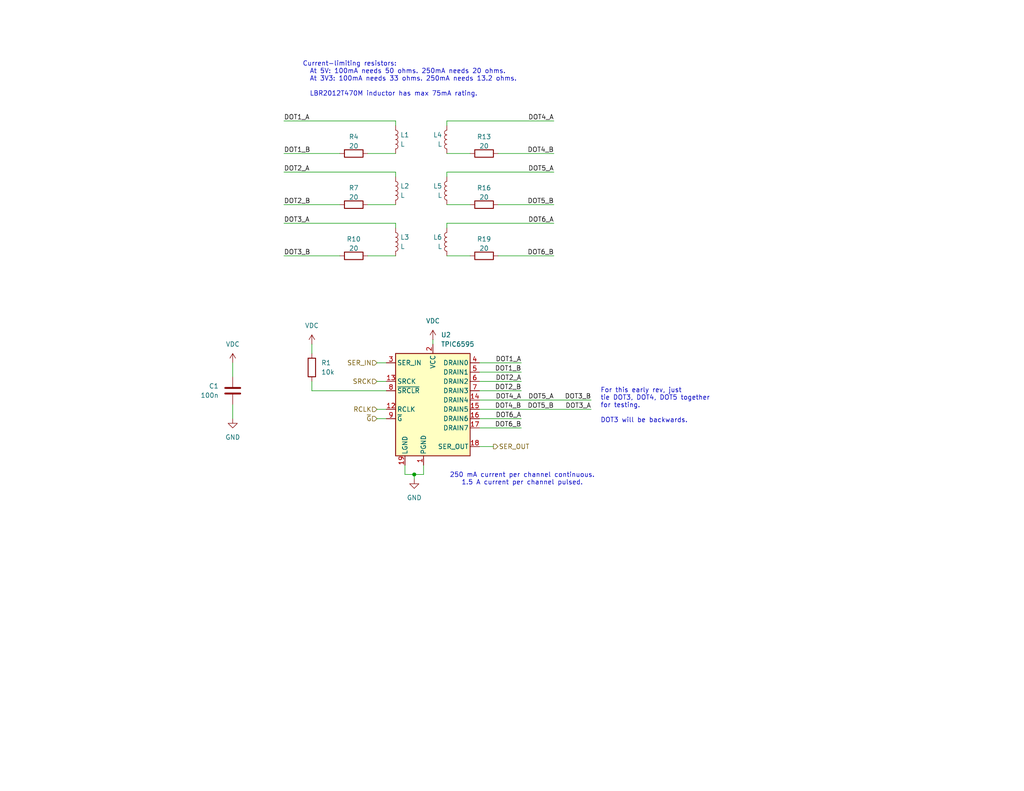
<source format=kicad_sch>
(kicad_sch (version 20231120) (generator "eeschema") (generator_version "8.0")
  (paper "USLetter")
  (lib_symbols
    (symbol "Device:C" (pin_numbers hide) (pin_names (offset 0.254))
      (property "Reference" "C" (at 0.635 2.54 0))
      (property "Value" "C" (at 0.635 -2.54 0))
      (symbol "C_0_1"
        (polyline (pts (xy -2.032 -0.762) (xy 2.032 -0.762)) (stroke (width 0.508)))
        (polyline (pts (xy -2.032 0.762) (xy 2.032 0.762)) (stroke (width 0.508)))
      )
      (symbol "C_1_1"
        (pin passive line (at 0 3.81 270) (length 2.794) (name "~") (number "1"))
        (pin passive line (at 0 -3.81 90) (length 2.794) (name "~") (number "2"))
      )
    )
    (symbol "Device:L" (pin_numbers hide) (pin_names (offset 1.016) hide)
      (property "Reference" "L" (at -1.27 0 90))
      (property "Value" "L" (at 1.905 0 90))
      (symbol "L_0_1"
        (arc (start 0 -2.54) (mid 0.6323 -1.905) (end 0 -1.27))
        (arc (start 0 -1.27) (mid 0.6323 -0.635) (end 0 0))
        (arc (start 0 0) (mid 0.6323 0.635) (end 0 1.27))
        (arc (start 0 1.27) (mid 0.6323 1.905) (end 0 2.54))
      )
      (symbol "L_1_1"
        (pin passive line (at 0 3.81 270) (length 1.27) (name "1") (number "1"))
        (pin passive line (at 0 -3.81 90) (length 1.27) (name "2") (number "2"))
      )
    )
    (symbol "Device:R" (pin_numbers hide) (pin_names (offset 0))
      (property "Reference" "R" (at 2.032 0 90))
      (property "Value" "R" (at 0 0 90))
      (symbol "R_0_1"
        (rectangle (start -1.016 -2.54) (end 1.016 2.54) (stroke (width 0.254)))
      )
      (symbol "R_1_1"
        (pin passive line (at 0 3.81 270) (length 1.27) (name "~") (number "1"))
        (pin passive line (at 0 -3.81 90) (length 1.27) (name "~") (number "2"))
      )
    )
    (symbol "Interface_Expansion:TPIC6595" (pin_names (offset 0.381))
      (property "Reference" "U" (at -8.89 13.97 0))
      (property "Value" "TPIC6595" (at 6.35 13.97 0))
      (symbol "TPIC6595_0_1"
        (rectangle (start -10.16 12.7) (end 10.16 -15.24) (stroke (width 0.254)) (fill (type background)))
      )
      (symbol "TPIC6595_1_1"
        (pin power_in line (at -2.54 -17.78 90) (length 2.54) (name "PGND") (number "1"))
        (pin passive line (at -2.54 -17.78 90) (length 2.54) hide (name "PGND") (number "10"))
        (pin passive line (at -2.54 -17.78 90) (length 2.54) hide (name "PGND") (number "11"))
        (pin input line (at -12.7 -2.54 0) (length 2.54) (name "RCLK") (number "12"))
        (pin input line (at -12.7 5.08 0) (length 2.54) (name "SRCK") (number "13"))
        (pin open_collector line (at 12.7 0 180) (length 2.54) (name "DRAIN4") (number "14"))
        (pin open_collector line (at 12.7 -2.54 180) (length 2.54) (name "DRAIN5") (number "15"))
        (pin open_collector line (at 12.7 -5.08 180) (length 2.54) (name "DRAIN6") (number "16"))
        (pin open_collector line (at 12.7 -7.62 180) (length 2.54) (name "DRAIN7") (number "17"))
        (pin output line (at 12.7 -12.7 180) (length 2.54) (name "SER_OUT") (number "18"))
        (pin power_in line (at -7.62 -17.78 90) (length 2.54) (name "LGND") (number "19"))
        (pin power_in line (at 0 15.24 270) (length 2.54) (name "VCC") (number "2"))
        (pin passive line (at -2.54 -17.78 90) (length 2.54) hide (name "PGND") (number "20"))
        (pin input line (at -12.7 10.16 0) (length 2.54) (name "SER_IN") (number "3"))
        (pin open_collector line (at 12.7 10.16 180) (length 2.54) (name "DRAIN0") (number "4"))
        (pin open_collector line (at 12.7 7.62 180) (length 2.54) (name "DRAIN1") (number "5"))
        (pin open_collector line (at 12.7 5.08 180) (length 2.54) (name "DRAIN2") (number "6"))
        (pin open_collector line (at 12.7 2.54 180) (length 2.54) (name "DRAIN3") (number "7"))
        (pin input line (at -12.7 2.54 0) (length 2.54) (name "~{SRCLR}") (number "8"))
        (pin input line (at -12.7 -5.08 0) (length 2.54) (name "~{G}") (number "9"))
      )
    )
    (symbol "power:GND" (power) (pin_numbers hide) (pin_names (offset 0) hide)
      (property "Value" "GND" (at 0 -3.81 0))
      (symbol "GND_0_1"
        (polyline (pts (xy 0 0) (xy 0 -1.27) (xy 1.27 -1.27) (xy 0 -2.54) (xy -1.27 -1.27) (xy 0 -1.27)))
      )
      (symbol "GND_1_1"
        (pin power_in line (at 0 0 270) (length 0) (name "~") (number "1"))
      )
    )
    (symbol "power:VDC" (power) (pin_numbers hide) (pin_names (offset 0) hide)
      (property "Value" "VDC" (at 0 3.556 0))
      (symbol "VDC_0_1"
        (polyline (pts (xy -0.762 1.27) (xy 0 2.54)))
        (polyline (pts (xy 0 0) (xy 0 2.54)))
        (polyline (pts (xy 0 2.54) (xy 0.762 1.27)))
      )
      (symbol "VDC_1_1"
        (pin power_in line (at 0 0 90) (length 0) (name "~") (number "1"))
      )
    )
  )
  (junction (at 113.03 129.54))
  (wire (pts (xy 130.81 99.06) (xy 142.24 99.06)))
  (wire (pts (xy 130.81 101.6) (xy 142.24 101.6)))
  (wire (pts (xy 102.87 99.06) (xy 105.41 99.06)))
  (wire (pts (xy 135.89 41.91) (xy 151.13 41.91)))
  (wire (pts (xy 130.81 109.22) (xy 161.29 109.22)))
  (wire (pts (xy 121.92 69.85) (xy 128.27 69.85)))
  (wire (pts (xy 130.81 114.3) (xy 142.24 114.3)))
  (wire (pts (xy 130.81 104.14) (xy 142.24 104.14)))
  (wire (pts (xy 130.81 121.92) (xy 134.62 121.92)))
  (wire (pts (xy 113.03 129.54) (xy 115.57 129.54)))
  (wire (pts (xy 130.81 111.76) (xy 161.29 111.76)))
  (wire (pts (xy 77.47 41.91) (xy 92.71 41.91)))
  (wire (pts (xy 77.47 69.85) (xy 92.71 69.85)))
  (wire (pts (xy 63.5 99.06) (xy 63.5 102.87)))
  (wire (pts (xy 121.92 60.96) (xy 151.13 60.96)))
  (wire (pts (xy 107.95 33.02) (xy 107.95 34.29)))
  (wire (pts (xy 130.81 116.84) (xy 142.24 116.84)))
  (wire (pts (xy 118.11 92.71) (xy 118.11 93.98)))
  (wire (pts (xy 121.92 60.96) (xy 121.92 62.23)))
  (wire (pts (xy 110.49 127) (xy 110.49 129.54)))
  (wire (pts (xy 107.95 60.96) (xy 107.95 62.23)))
  (wire (pts (xy 121.92 33.02) (xy 121.92 34.29)))
  (wire (pts (xy 135.89 55.88) (xy 151.13 55.88)))
  (wire (pts (xy 113.03 130.81) (xy 113.03 129.54)))
  (wire (pts (xy 107.95 46.99) (xy 107.95 48.26)))
  (wire (pts (xy 135.89 69.85) (xy 151.13 69.85)))
  (wire (pts (xy 121.92 33.02) (xy 151.13 33.02)))
  (wire (pts (xy 121.92 46.99) (xy 121.92 48.26)))
  (wire (pts (xy 85.09 93.98) (xy 85.09 96.52)))
  (wire (pts (xy 102.87 111.76) (xy 105.41 111.76)))
  (wire (pts (xy 130.81 106.68) (xy 142.24 106.68)))
  (wire (pts (xy 77.47 60.96) (xy 107.95 60.96)))
  (wire (pts (xy 121.92 46.99) (xy 151.13 46.99)))
  (wire (pts (xy 102.87 104.14) (xy 105.41 104.14)))
  (wire (pts (xy 85.09 106.68) (xy 85.09 104.14)))
  (wire (pts (xy 77.47 33.02) (xy 107.95 33.02)))
  (wire (pts (xy 121.92 55.88) (xy 128.27 55.88)))
  (wire (pts (xy 121.92 41.91) (xy 128.27 41.91)))
  (wire (pts (xy 77.47 46.99) (xy 107.95 46.99)))
  (wire (pts (xy 110.49 129.54) (xy 113.03 129.54)))
  (wire (pts (xy 100.33 41.91) (xy 107.95 41.91)))
  (wire (pts (xy 115.57 129.54) (xy 115.57 127)))
  (wire (pts (xy 77.47 55.88) (xy 92.71 55.88)))
  (wire (pts (xy 100.33 69.85) (xy 107.95 69.85)))
  (wire (pts (xy 102.87 114.3) (xy 105.41 114.3)))
  (wire (pts (xy 85.09 106.68) (xy 105.41 106.68)))
  (wire (pts (xy 100.33 55.88) (xy 107.95 55.88)))
  (wire (pts (xy 63.5 110.49) (xy 63.5 114.3)))
  (text "Current-limiting resistors:\n  At 5V: 100mA needs 50 ohms. 250mA needs 20 ohms.\n  At 3V3: 100mA needs 33 ohms. 250mA needs 13.2 ohms.\n\n  LBR2012T470M inductor has max 75mA rating." (at 82.55 21.59 0) (effects (font (size 1.27 1.27)) (justify left)))
  (text "For this early rev, just\ntie DOT3, DOT4, DOT5 together\nfor testing.\n\nDOT3 will be backwards." (at 163.83 110.744 0) (effects (font (size 1.27 1.27)) (justify left)))
  (text "250 mA current per channel continuous.\n1.5 A current per channel pulsed." (at 142.494 130.81 0) (effects (font (size 1.27 1.27))))
  (label "DOT3_A" (at 77.47 60.96 0))
  (label "DOT6_B" (at 142.24 116.84 180))
  (label "DOT6_A" (at 142.24 114.3 180))
  (label "DOT2_B" (at 77.47 55.88 0))
  (label "DOT4_A" (at 151.13 33.02 180))
  (label "DOT5_B" (at 151.13 111.76 180))
  (label "DOT5_B" (at 151.13 55.88 180))
  (label "DOT5_A" (at 151.13 46.99 180))
  (label "DOT1_A" (at 77.47 33.02 0))
  (label "DOT1_A" (at 142.24 99.06 180))
  (label "DOT5_A" (at 151.13 109.22 180))
  (label "DOT2_A" (at 77.47 46.99 0))
  (label "DOT3_B" (at 161.29 109.22 180))
  (label "DOT4_B" (at 151.13 41.91 180))
  (label "DOT3_A" (at 161.29 111.76 180))
  (label "DOT6_A" (at 151.13 60.96 180))
  (label "DOT4_A" (at 142.24 109.22 180))
  (label "DOT4_B" (at 142.24 111.76 180))
  (label "DOT6_B" (at 151.13 69.85 180))
  (label "DOT2_B" (at 142.24 106.68 180))
  (label "DOT2_A" (at 142.24 104.14 180))
  (label "DOT1_B" (at 142.24 101.6 180))
  (label "DOT3_B" (at 77.47 69.85 0))
  (label "DOT1_B" (at 77.47 41.91 0))
  (hierarchical_label "SER_OUT" (shape output) (at 134.62 121.92 0))
  (hierarchical_label "SRCK" (shape input) (at 102.87 104.14 180))
  (hierarchical_label "~{G}" (shape input) (at 102.87 114.3 180))
  (hierarchical_label "SER_IN" (shape input) (at 102.87 99.06 180))
  (hierarchical_label "RCLK" (shape input) (at 102.87 111.76 180))
  (symbol (lib_id "power:GND") (at 113.03 130.81 0) (unit 1)
    (property "Reference" "#PWR014" (effects (hide yes)))
    (property "Value" "GND" (at 113.03 135.89 0))
    (property "Description" "Power symbol creates a global label with name \"GND\" , ground" (effects (hide yes)))
    (instances (project "Braille-Display-with-Inductor-Solenoids" (path "" (reference "#PWR014") (unit 1)) (path "" (reference "#PWR019") (unit 1)) (path "" (reference "#PWR024") (unit 1))))
  )
  (symbol (lib_id "Device:C") (at 63.5 106.68 0) (mirror y) (unit 1)
    (property "Reference" "C1" (at 59.69 105.4099 0) (effects (justify left)))
    (property "Value" "100n" (at 59.69 107.9499 0) (effects (justify left)))
    (property "Footprint" "Capacitor_SMD:C_0603_1608Metric" (effects (hide yes)))
    (property "Description" "Unpolarized capacitor" (effects (hide yes)))
    (instances (project "Braille-Display-with-Inductor-Solenoids" (path "" (reference "C1") (unit 1)) (path "" (reference "C2") (unit 1)) (path "" (reference "C3") (unit 1))))
  )
  (symbol (lib_id "Device:L") (at 107.95 66.04 0) (unit 1)
    (property "Reference" "L3" (at 109.22 64.7699 0) (effects (justify left)))
    (property "Value" "L" (at 109.22 67.3099 0) (effects (justify left)))
    (property "Footprint" "00-project-footprint-lib:Inductor_0805_2012Metric_SMD_Vertical_Square" (effects (hide yes)))
    (property "Description" "Inductor" (effects (hide yes)))
    (instances (project "Braille-Display-with-Inductor-Solenoids" (path "" (reference "L3") (unit 1)) (path "" (reference "L9") (unit 1)) (path "" (reference "L15") (unit 1))))
  )
  (symbol (lib_id "power:VDC") (at 118.11 92.71 0) (unit 1)
    (property "Reference" "#PWR015" (effects (hide yes)))
    (property "Value" "VDC" (at 118.11 87.63 0))
    (property "Description" "Power symbol creates a global label with name \"VDC\"" (effects (hide yes)))
    (instances (project "Braille-Display-with-Inductor-Solenoids" (path "" (reference "#PWR015") (unit 1)) (path "" (reference "#PWR020") (unit 1)) (path "" (reference "#PWR025") (unit 1))))
  )
  (symbol (lib_id "Device:L") (at 107.95 52.07 0) (unit 1)
    (property "Reference" "L2" (at 109.22 50.7999 0) (effects (justify left)))
    (property "Value" "L" (at 109.22 53.3399 0) (effects (justify left)))
    (property "Footprint" "00-project-footprint-lib:Inductor_0805_2012Metric_SMD_Vertical_Square" (effects (hide yes)))
    (property "Description" "Inductor" (effects (hide yes)))
    (instances (project "Braille-Display-with-Inductor-Solenoids" (path "" (reference "L2") (unit 1)) (path "" (reference "L8") (unit 1)) (path "" (reference "L14") (unit 1))))
  )
  (symbol (lib_id "Device:R") (at 85.09 100.33 0) (mirror y) (unit 1)
    (property "Reference" "R1" (at 87.63 99.0599 0) (effects (justify right)))
    (property "Value" "10k" (at 87.63 101.5999 0) (effects (justify right)))
    (property "Footprint" "Capacitor_SMD:C_0603_1608Metric_Pad1.08x0.95mm_HandSolder" (effects (hide yes)))
    (property "Description" "Resistor" (effects (hide yes)))
    (instances (project "" (path "" (reference "R1") (unit 1)) (path "" (reference "R2") (unit 1)) (path "" (reference "R3") (unit 1))))
  )
  (symbol (lib_id "Device:R") (at 132.08 69.85 90) (mirror x) (unit 1)
    (property "Reference" "R19" (at 132.08 65.278 90))
    (property "Value" "20" (at 132.08 67.818 90))
    (property "Footprint" "Capacitor_SMD:C_0603_1608Metric_Pad1.08x0.95mm_HandSolder" (effects (hide yes)))
    (property "Description" "Resistor" (effects (hide yes)))
    (instances (project "Braille-Display-with-Inductor-Solenoids" (path "" (reference "R19") (unit 1)) (path "" (reference "R20") (unit 1)) (path "" (reference "R21") (unit 1))))
  )
  (symbol (lib_id "Device:R") (at 96.52 41.91 90) (mirror x) (unit 1)
    (property "Reference" "R4" (at 96.52 37.338 90))
    (property "Value" "20" (at 96.52 39.878 90))
    (property "Footprint" "Capacitor_SMD:C_0603_1608Metric_Pad1.08x0.95mm_HandSolder" (effects (hide yes)))
    (property "Description" "Resistor" (effects (hide yes)))
    (instances (project "Braille-Display-with-Inductor-Solenoids" (path "" (reference "R4") (unit 1)) (path "" (reference "R5") (unit 1)) (path "" (reference "R6") (unit 1))))
  )
  (symbol (lib_id "power:GND") (at 63.5 114.3 0) (unit 1)
    (property "Reference" "#PWR012" (effects (hide yes)))
    (property "Value" "GND" (at 63.5 119.38 0))
    (property "Description" "Power symbol creates a global label with name \"GND\" , ground" (effects (hide yes)))
    (instances (project "Braille-Display-with-Inductor-Solenoids" (path "" (reference "#PWR012") (unit 1)) (path "" (reference "#PWR017") (unit 1)) (path "" (reference "#PWR022") (unit 1))))
  )
  (symbol (lib_id "Interface_Expansion:TPIC6595") (at 118.11 109.22 0) (unit 1)
    (property "Reference" "U2" (at 120.3041 91.44 0) (effects (justify left)))
    (property "Value" "TPIC6595" (at 120.3041 93.98 0) (effects (justify left)))
    (property "Footprint" "Package_SO:SOIC-20W_7.5x12.8mm_P1.27mm" (effects (hide yes)))
    (property "Datasheet" "http://www.ti.com/lit/ds/symlink/tpic6595.pdf" (effects (hide yes)))
    (property "Description" "Power Logic 8-bit Shift Register, DIP-8/SOIC-8" (effects (hide yes)))
    (instances (project "" (path "" (reference "U2") (unit 1)) (path "" (reference "U3") (unit 1)) (path "" (reference "U4") (unit 1))))
  )
  (symbol (lib_id "Device:L") (at 121.92 66.04 0) (mirror y) (unit 1)
    (property "Reference" "L6" (at 120.65 64.7699 0) (effects (justify left)))
    (property "Value" "L" (at 120.65 67.3099 0) (effects (justify left)))
    (property "Footprint" "00-project-footprint-lib:Inductor_0805_2012Metric_SMD_Vertical_Square" (effects (hide yes)))
    (property "Description" "Inductor" (effects (hide yes)))
    (instances (project "Braille-Display-with-Inductor-Solenoids" (path "" (reference "L6") (unit 1)) (path "" (reference "L12") (unit 1)) (path "" (reference "L18") (unit 1))))
  )
  (symbol (lib_id "Device:L") (at 107.95 38.1 0) (unit 1)
    (property "Reference" "L1" (at 109.22 36.8299 0) (effects (justify left)))
    (property "Value" "L" (at 109.22 39.3699 0) (effects (justify left)))
    (property "Footprint" "00-project-footprint-lib:Inductor_0805_2012Metric_SMD_Vertical_Square" (effects (hide yes)))
    (property "Description" "Inductor" (effects (hide yes)))
    (instances (project "Braille-Display-with-Inductor-Solenoids" (path "" (reference "L1") (unit 1)) (path "" (reference "L7") (unit 1)) (path "" (reference "L13") (unit 1))))
  )
  (symbol (lib_id "Device:L") (at 121.92 38.1 0) (mirror y) (unit 1)
    (property "Reference" "L4" (at 120.65 36.8299 0) (effects (justify left)))
    (property "Value" "L" (at 120.65 39.3699 0) (effects (justify left)))
    (property "Footprint" "00-project-footprint-lib:Inductor_0805_2012Metric_SMD_Vertical_Square" (effects (hide yes)))
    (property "Description" "Inductor" (effects (hide yes)))
    (instances (project "Braille-Display-with-Inductor-Solenoids" (path "" (reference "L4") (unit 1)) (path "" (reference "L10") (unit 1)) (path "" (reference "L16") (unit 1))))
  )
  (symbol (lib_id "Device:R") (at 96.52 55.88 90) (mirror x) (unit 1)
    (property "Reference" "R7" (at 96.52 51.308 90))
    (property "Value" "20" (at 96.52 53.848 90))
    (property "Footprint" "Capacitor_SMD:C_0603_1608Metric_Pad1.08x0.95mm_HandSolder" (effects (hide yes)))
    (property "Description" "Resistor" (effects (hide yes)))
    (instances (project "Braille-Display-with-Inductor-Solenoids" (path "" (reference "R7") (unit 1)) (path "" (reference "R8") (unit 1)) (path "" (reference "R9") (unit 1))))
  )
  (symbol (lib_id "power:VDC") (at 85.09 93.98 0) (unit 1)
    (property "Reference" "#PWR013" (effects (hide yes)))
    (property "Value" "VDC" (at 85.09 88.9 0))
    (property "Description" "Power symbol creates a global label with name \"VDC\"" (effects (hide yes)))
    (instances (project "Braille-Display-with-Inductor-Solenoids" (path "" (reference "#PWR013") (unit 1)) (path "" (reference "#PWR018") (unit 1)) (path "" (reference "#PWR023") (unit 1))))
  )
  (symbol (lib_id "Device:L") (at 121.92 52.07 0) (mirror y) (unit 1)
    (property "Reference" "L5" (at 120.65 50.7999 0) (effects (justify left)))
    (property "Value" "L" (at 120.65 53.3399 0) (effects (justify left)))
    (property "Footprint" "00-project-footprint-lib:Inductor_0805_2012Metric_SMD_Vertical_Square" (effects (hide yes)))
    (property "Description" "Inductor" (effects (hide yes)))
    (instances (project "Braille-Display-with-Inductor-Solenoids" (path "" (reference "L5") (unit 1)) (path "" (reference "L11") (unit 1)) (path "" (reference "L17") (unit 1))))
  )
  (symbol (lib_id "Device:R") (at 132.08 55.88 90) (mirror x) (unit 1)
    (property "Reference" "R16" (at 132.08 51.308 90))
    (property "Value" "20" (at 132.08 53.848 90))
    (property "Footprint" "Capacitor_SMD:C_0603_1608Metric_Pad1.08x0.95mm_HandSolder" (effects (hide yes)))
    (property "Description" "Resistor" (effects (hide yes)))
    (instances (project "Braille-Display-with-Inductor-Solenoids" (path "" (reference "R16") (unit 1)) (path "" (reference "R17") (unit 1)) (path "" (reference "R18") (unit 1))))
  )
  (symbol (lib_id "Device:R") (at 132.08 41.91 90) (mirror x) (unit 1)
    (property "Reference" "R13" (at 132.08 37.338 90))
    (property "Value" "20" (at 132.08 39.878 90))
    (property "Footprint" "Capacitor_SMD:C_0603_1608Metric_Pad1.08x0.95mm_HandSolder" (effects (hide yes)))
    (property "Description" "Resistor" (effects (hide yes)))
    (instances (project "Braille-Display-with-Inductor-Solenoids" (path "" (reference "R13") (unit 1)) (path "" (reference "R14") (unit 1)) (path "" (reference "R15") (unit 1))))
  )
  (symbol (lib_id "Device:R") (at 96.52 69.85 90) (mirror x) (unit 1)
    (property "Reference" "R10" (at 96.52 65.278 90))
    (property "Value" "20" (at 96.52 67.818 90))
    (property "Footprint" "Capacitor_SMD:C_0603_1608Metric_Pad1.08x0.95mm_HandSolder" (effects (hide yes)))
    (property "Description" "Resistor" (effects (hide yes)))
    (instances (project "Braille-Display-with-Inductor-Solenoids" (path "" (reference "R10") (unit 1)) (path "" (reference "R11") (unit 1)) (path "" (reference "R12") (unit 1))))
  )
  (symbol (lib_id "power:VDC") (at 63.5 99.06 0) (unit 1)
    (property "Reference" "#PWR011" (effects (hide yes)))
    (property "Value" "VDC" (at 63.5 93.98 0))
    (property "Description" "Power symbol creates a global label with name \"VDC\"" (effects (hide yes)))
    (instances (project "Braille-Display-with-Inductor-Solenoids" (path "" (reference "#PWR011") (unit 1)) (path "" (reference "#PWR016") (unit 1)) (path "" (reference "#PWR021") (unit 1))))
  )
)
</source>
